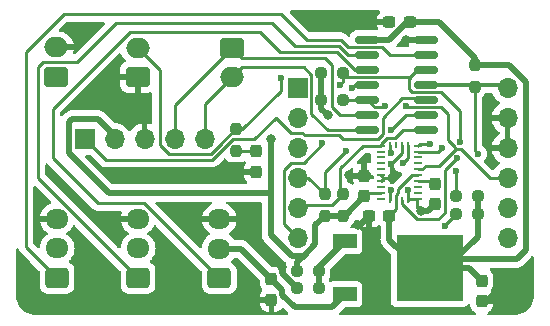
<source format=gtl>
G04 #@! TF.GenerationSoftware,KiCad,Pcbnew,7.0.8*
G04 #@! TF.CreationDate,2024-04-19T19:29:06-04:00*
G04 #@! TF.ProjectId,2 Axis Gimbal,32204178-6973-4204-9769-6d62616c2e6b,rev?*
G04 #@! TF.SameCoordinates,Original*
G04 #@! TF.FileFunction,Copper,L1,Top*
G04 #@! TF.FilePolarity,Positive*
%FSLAX46Y46*%
G04 Gerber Fmt 4.6, Leading zero omitted, Abs format (unit mm)*
G04 Created by KiCad (PCBNEW 7.0.8) date 2024-04-19 19:29:06*
%MOMM*%
%LPD*%
G01*
G04 APERTURE LIST*
G04 Aperture macros list*
%AMRoundRect*
0 Rectangle with rounded corners*
0 $1 Rounding radius*
0 $2 $3 $4 $5 $6 $7 $8 $9 X,Y pos of 4 corners*
0 Add a 4 corners polygon primitive as box body*
4,1,4,$2,$3,$4,$5,$6,$7,$8,$9,$2,$3,0*
0 Add four circle primitives for the rounded corners*
1,1,$1+$1,$2,$3*
1,1,$1+$1,$4,$5*
1,1,$1+$1,$6,$7*
1,1,$1+$1,$8,$9*
0 Add four rect primitives between the rounded corners*
20,1,$1+$1,$2,$3,$4,$5,0*
20,1,$1+$1,$4,$5,$6,$7,0*
20,1,$1+$1,$6,$7,$8,$9,0*
20,1,$1+$1,$8,$9,$2,$3,0*%
G04 Aperture macros list end*
G04 #@! TA.AperFunction,SMDPad,CuDef*
%ADD10RoundRect,0.237500X-0.237500X0.300000X-0.237500X-0.300000X0.237500X-0.300000X0.237500X0.300000X0*%
G04 #@! TD*
G04 #@! TA.AperFunction,SMDPad,CuDef*
%ADD11RoundRect,0.237500X0.237500X-0.300000X0.237500X0.300000X-0.237500X0.300000X-0.237500X-0.300000X0*%
G04 #@! TD*
G04 #@! TA.AperFunction,SMDPad,CuDef*
%ADD12RoundRect,0.237500X0.250000X0.237500X-0.250000X0.237500X-0.250000X-0.237500X0.250000X-0.237500X0*%
G04 #@! TD*
G04 #@! TA.AperFunction,SMDPad,CuDef*
%ADD13RoundRect,0.237500X0.237500X-0.250000X0.237500X0.250000X-0.237500X0.250000X-0.237500X-0.250000X0*%
G04 #@! TD*
G04 #@! TA.AperFunction,SMDPad,CuDef*
%ADD14RoundRect,0.237500X0.237500X-0.287500X0.237500X0.287500X-0.237500X0.287500X-0.237500X-0.287500X0*%
G04 #@! TD*
G04 #@! TA.AperFunction,SMDPad,CuDef*
%ADD15RoundRect,0.237500X-0.237500X0.250000X-0.237500X-0.250000X0.237500X-0.250000X0.237500X0.250000X0*%
G04 #@! TD*
G04 #@! TA.AperFunction,ComponentPad*
%ADD16RoundRect,0.250000X-0.750000X0.600000X-0.750000X-0.600000X0.750000X-0.600000X0.750000X0.600000X0*%
G04 #@! TD*
G04 #@! TA.AperFunction,ComponentPad*
%ADD17O,2.000000X1.700000*%
G04 #@! TD*
G04 #@! TA.AperFunction,SMDPad,CuDef*
%ADD18RoundRect,0.237500X-0.250000X-0.237500X0.250000X-0.237500X0.250000X0.237500X-0.250000X0.237500X0*%
G04 #@! TD*
G04 #@! TA.AperFunction,ComponentPad*
%ADD19RoundRect,0.250000X0.750000X-0.600000X0.750000X0.600000X-0.750000X0.600000X-0.750000X-0.600000X0*%
G04 #@! TD*
G04 #@! TA.AperFunction,SMDPad,CuDef*
%ADD20R,2.000000X1.200000*%
G04 #@! TD*
G04 #@! TA.AperFunction,SMDPad,CuDef*
%ADD21R,5.600000X5.600000*%
G04 #@! TD*
G04 #@! TA.AperFunction,ComponentPad*
%ADD22RoundRect,0.250000X0.725000X-0.600000X0.725000X0.600000X-0.725000X0.600000X-0.725000X-0.600000X0*%
G04 #@! TD*
G04 #@! TA.AperFunction,ComponentPad*
%ADD23O,1.950000X1.700000*%
G04 #@! TD*
G04 #@! TA.AperFunction,SMDPad,CuDef*
%ADD24RoundRect,0.237500X0.300000X0.237500X-0.300000X0.237500X-0.300000X-0.237500X0.300000X-0.237500X0*%
G04 #@! TD*
G04 #@! TA.AperFunction,SMDPad,CuDef*
%ADD25R,0.675000X0.250000*%
G04 #@! TD*
G04 #@! TA.AperFunction,SMDPad,CuDef*
%ADD26R,0.250000X0.575000*%
G04 #@! TD*
G04 #@! TA.AperFunction,SMDPad,CuDef*
%ADD27RoundRect,0.150000X-0.825000X-0.150000X0.825000X-0.150000X0.825000X0.150000X-0.825000X0.150000X0*%
G04 #@! TD*
G04 #@! TA.AperFunction,ComponentPad*
%ADD28R,1.700000X1.700000*%
G04 #@! TD*
G04 #@! TA.AperFunction,ComponentPad*
%ADD29O,1.700000X1.700000*%
G04 #@! TD*
G04 #@! TA.AperFunction,ViaPad*
%ADD30C,0.800000*%
G04 #@! TD*
G04 #@! TA.AperFunction,ViaPad*
%ADD31C,0.600000*%
G04 #@! TD*
G04 #@! TA.AperFunction,Conductor*
%ADD32C,0.500000*%
G04 #@! TD*
G04 #@! TA.AperFunction,Conductor*
%ADD33C,0.250000*%
G04 #@! TD*
G04 #@! TA.AperFunction,Conductor*
%ADD34C,0.300000*%
G04 #@! TD*
G04 APERTURE END LIST*
D10*
X96350000Y-91151500D03*
X96350000Y-92876500D03*
D11*
X110158000Y-84807000D03*
X110158000Y-83082000D03*
D12*
X100350000Y-90414000D03*
X98525000Y-90414000D03*
D13*
X102403377Y-85747637D03*
X102403377Y-83922637D03*
D10*
X114150000Y-91251500D03*
X114150000Y-92976500D03*
D14*
X94996000Y-82042000D03*
X94996000Y-80292000D03*
D15*
X100838000Y-83923500D03*
X100838000Y-85748500D03*
D16*
X92981149Y-71528028D03*
D17*
X92981149Y-74028028D03*
D18*
X111967000Y-84074000D03*
X113792000Y-84074000D03*
D19*
X85008915Y-74022112D03*
D17*
X85008915Y-71522112D03*
D20*
X102550000Y-87920000D03*
X102550000Y-92420000D03*
D21*
X109750000Y-90170000D03*
D22*
X85050557Y-91028664D03*
D23*
X85050557Y-88528664D03*
X85050557Y-86028664D03*
D22*
X91927877Y-91046155D03*
D23*
X91927877Y-88546155D03*
X91927877Y-86046155D03*
D22*
X78192557Y-91028664D03*
D23*
X78192557Y-88528664D03*
X78192557Y-86028664D03*
D24*
X108050500Y-69342000D03*
X106325500Y-69342000D03*
D18*
X98525000Y-91914000D03*
X100350000Y-91914000D03*
D15*
X113538000Y-73001500D03*
X113538000Y-74826500D03*
D18*
X111967000Y-85598000D03*
X113792000Y-85598000D03*
D24*
X106332929Y-85767775D03*
X104607929Y-85767775D03*
D12*
X102396068Y-73710475D03*
X100571068Y-73710475D03*
D11*
X104219598Y-84085987D03*
X104219598Y-82360987D03*
D25*
X105586000Y-84328000D03*
D26*
X106399000Y-84391000D03*
X106899000Y-84391000D03*
X107399000Y-84391000D03*
X107899000Y-84391000D03*
D25*
X108712000Y-84328000D03*
X108712000Y-83828000D03*
X108712000Y-83328000D03*
X108712000Y-82828000D03*
X108712000Y-82328000D03*
X108712000Y-81828000D03*
X108712000Y-81328000D03*
X108712000Y-80828000D03*
X108712000Y-80328000D03*
X108712000Y-79828000D03*
D26*
X107899000Y-79765000D03*
X107399000Y-79765000D03*
X106899000Y-79765000D03*
X106399000Y-79765000D03*
D25*
X105586000Y-79828000D03*
X105586000Y-80328000D03*
X105586000Y-80828000D03*
X105586000Y-81328000D03*
X105586000Y-81828000D03*
X105586000Y-82328000D03*
X105586000Y-82828000D03*
X105586000Y-83328000D03*
X105586000Y-83828000D03*
D27*
X104459000Y-70866000D03*
X104459000Y-72136000D03*
X104459000Y-73406000D03*
X104459000Y-74676000D03*
X104459000Y-75946000D03*
X104459000Y-77216000D03*
X104459000Y-78486000D03*
X109409000Y-78486000D03*
X109409000Y-77216000D03*
X109409000Y-75946000D03*
X109409000Y-74676000D03*
X109409000Y-73406000D03*
X109409000Y-72136000D03*
X109409000Y-70866000D03*
D28*
X80518000Y-79248000D03*
D29*
X83058000Y-79248000D03*
X85598000Y-79248000D03*
X88138000Y-79248000D03*
X90678000Y-79248000D03*
D18*
X100560675Y-75942075D03*
X102385675Y-75942075D03*
D15*
X93345000Y-78439000D03*
X93345000Y-80264000D03*
D28*
X98552000Y-74930000D03*
D29*
X98552000Y-77470000D03*
X98552000Y-80010000D03*
X98552000Y-82550000D03*
X98552000Y-85090000D03*
X98552000Y-87630000D03*
X116332000Y-87630000D03*
X116332000Y-85090000D03*
X116332000Y-82550000D03*
X116332000Y-80010000D03*
X116332000Y-77470000D03*
X116332000Y-74930000D03*
D19*
X78106887Y-74010092D03*
D17*
X78106887Y-71510092D03*
D30*
X101092000Y-77216000D03*
X96266000Y-79248000D03*
X115450000Y-92114000D03*
D31*
X107890112Y-83581063D03*
D30*
X94950000Y-92964000D03*
X103650000Y-86514000D03*
X93599000Y-82042000D03*
D31*
X106426000Y-81422000D03*
D30*
X97250000Y-90114000D03*
X107696000Y-70866000D03*
D31*
X106426000Y-82574000D03*
X106426000Y-83590000D03*
D30*
X108966000Y-85344000D03*
X104902000Y-69342000D03*
X102870000Y-82296000D03*
D31*
X102616000Y-80264000D03*
X106465667Y-80463801D03*
X106426000Y-78528000D03*
X100652027Y-79570027D03*
X110744000Y-80010000D03*
X102108000Y-74676000D03*
X112268000Y-79502000D03*
X112074589Y-80832589D03*
X113792000Y-80518000D03*
X107696000Y-76454000D03*
X105918000Y-76454000D03*
X109728000Y-79703500D03*
X111967000Y-81995000D03*
X103124000Y-74930000D03*
X97155000Y-74110500D03*
X110998000Y-86614000D03*
X107464266Y-81302266D03*
D32*
X96198082Y-83820000D02*
X82550000Y-83820000D01*
X99060000Y-89154000D02*
X98525000Y-89689000D01*
X100838863Y-85747637D02*
X100838000Y-85748500D01*
X99060000Y-89154000D02*
X100062000Y-88152000D01*
X96266000Y-83185000D02*
X96266000Y-83752082D01*
X79218000Y-80488000D02*
X79218000Y-77830604D01*
D33*
X107051000Y-83848884D02*
X106899000Y-84000884D01*
X108712000Y-82328000D02*
X108259291Y-82328000D01*
D32*
X107835272Y-69342000D02*
X106311272Y-70866000D01*
X109750000Y-90170000D02*
X108712000Y-90170000D01*
X98525000Y-89689000D02*
X98525000Y-90414000D01*
X100560675Y-76684675D02*
X101092000Y-77216000D01*
X110490000Y-69342000D02*
X108050500Y-69342000D01*
X96266000Y-83185000D02*
X96266000Y-87376000D01*
X100560675Y-75942075D02*
X100571068Y-75931682D01*
D33*
X107051000Y-83536291D02*
X107051000Y-83848884D01*
X104477585Y-83828000D02*
X104219598Y-84085987D01*
X106899000Y-84000884D02*
X106899000Y-84391000D01*
D32*
X111912000Y-89408000D02*
X117094000Y-89408000D01*
X113792000Y-87528000D02*
X111912000Y-89408000D01*
X96266000Y-87376000D02*
X98044000Y-89154000D01*
X83058000Y-78994000D02*
X83058000Y-79248000D01*
X113792000Y-84074000D02*
X113792000Y-87528000D01*
X117094000Y-89408000D02*
X117856000Y-88646000D01*
X102403377Y-85747637D02*
X102557948Y-85747637D01*
X106332929Y-87790929D02*
X106332929Y-85767775D01*
X82550000Y-83820000D02*
X79218000Y-80488000D01*
X116448251Y-73001500D02*
X113538000Y-73001500D01*
X117856000Y-74409249D02*
X116448251Y-73001500D01*
X96266000Y-83752082D02*
X96198082Y-83820000D01*
X109750000Y-90170000D02*
X113068500Y-90170000D01*
X98044000Y-89154000D02*
X99060000Y-89154000D01*
X81631000Y-77567000D02*
X83058000Y-78994000D01*
X113068500Y-90170000D02*
X114150000Y-91251500D01*
X113538000Y-73001500D02*
X113538000Y-72390000D01*
X106311272Y-70866000D02*
X104459000Y-70866000D01*
X113538000Y-72390000D02*
X110490000Y-69342000D01*
X79481604Y-77567000D02*
X81631000Y-77567000D01*
D33*
X106899000Y-85201704D02*
X106332929Y-85767775D01*
D32*
X79218000Y-77830604D02*
X79481604Y-77567000D01*
X102403377Y-85747637D02*
X100838863Y-85747637D01*
X102557948Y-85747637D02*
X104219598Y-84085987D01*
X100062000Y-88152000D02*
X100062000Y-86524500D01*
D33*
X108259291Y-82328000D02*
X107051000Y-83536291D01*
D32*
X100560675Y-75942075D02*
X100560675Y-76684675D01*
X108712000Y-90170000D02*
X106332929Y-87790929D01*
X113792000Y-85598000D02*
X113792000Y-84074000D01*
D33*
X106899000Y-84391000D02*
X106899000Y-85201704D01*
X105586000Y-83828000D02*
X104477585Y-83828000D01*
D32*
X100062000Y-86524500D02*
X100838000Y-85748500D01*
X117856000Y-88646000D02*
X117856000Y-74409249D01*
X100571068Y-75931682D02*
X100571068Y-73710475D01*
X96266000Y-79248000D02*
X96266000Y-83185000D01*
X108050500Y-69342000D02*
X107835272Y-69342000D01*
D33*
X106426000Y-82574000D02*
X105832000Y-82574000D01*
X107890112Y-83581063D02*
X107899000Y-83589951D01*
D32*
X106325500Y-69342000D02*
X104902000Y-69342000D01*
X94996000Y-82042000D02*
X93599000Y-82042000D01*
X108966000Y-85344000D02*
X109621000Y-85344000D01*
D33*
X106426000Y-82574000D02*
X105840000Y-82574000D01*
D32*
X115450000Y-92114000D02*
X114587500Y-92976500D01*
X102934987Y-82360987D02*
X102870000Y-82296000D01*
X98525000Y-91914000D02*
X97250000Y-90639000D01*
D33*
X107399000Y-79765000D02*
X107399000Y-80449000D01*
D32*
X103650000Y-86514000D02*
X103861704Y-86514000D01*
D33*
X108712000Y-84328000D02*
X107962000Y-84328000D01*
X107399000Y-80449000D02*
X106426000Y-81422000D01*
D32*
X109621000Y-85344000D02*
X110158000Y-84807000D01*
D33*
X105832000Y-82574000D02*
X105586000Y-82328000D01*
D32*
X114587500Y-92976500D02*
X114150000Y-92976500D01*
X95000601Y-92913399D02*
X96313101Y-92913399D01*
D33*
X106426000Y-83590000D02*
X106399000Y-83617000D01*
X106399000Y-83617000D02*
X106399000Y-84391000D01*
D32*
X103861704Y-86514000D02*
X104607929Y-85767775D01*
X107696000Y-70866000D02*
X109409000Y-70866000D01*
X96313101Y-92913399D02*
X96350000Y-92876500D01*
D33*
X107962000Y-84328000D02*
X107899000Y-84391000D01*
X107899000Y-83589951D02*
X107899000Y-84391000D01*
D32*
X94950000Y-92964000D02*
X95000601Y-92913399D01*
X104219598Y-82360987D02*
X102934987Y-82360987D01*
X97250000Y-90639000D02*
X97250000Y-90114000D01*
D33*
X105840000Y-82574000D02*
X105586000Y-82828000D01*
X109904000Y-82828000D02*
X108712000Y-82828000D01*
X110158000Y-83082000D02*
X109904000Y-82828000D01*
X94968000Y-80264000D02*
X94996000Y-80292000D01*
X93345000Y-80264000D02*
X94968000Y-80264000D01*
X106775500Y-79152500D02*
X106109000Y-79152500D01*
X102145000Y-81751000D02*
X104068000Y-79828000D01*
X106109000Y-79152500D02*
X105586000Y-79675500D01*
X101490014Y-84836000D02*
X102403377Y-83922637D01*
X105586000Y-79675500D02*
X105586000Y-79828000D01*
X107442000Y-78486000D02*
X106775500Y-79152500D01*
X98552000Y-85090000D02*
X98806000Y-84836000D01*
X104068000Y-79828000D02*
X105586000Y-79828000D01*
X98806000Y-84836000D02*
X101490014Y-84836000D01*
X102145000Y-83664260D02*
X102145000Y-81751000D01*
X109409000Y-78486000D02*
X107442000Y-78486000D01*
X102403377Y-83922637D02*
X102145000Y-83664260D01*
X98552000Y-82550000D02*
X99464500Y-82550000D01*
X100838000Y-83923500D02*
X100838000Y-82042000D01*
X106399000Y-80397134D02*
X106399000Y-79765000D01*
X106465667Y-80463801D02*
X106399000Y-80397134D01*
X99464500Y-82550000D02*
X100838000Y-83923500D01*
X107738000Y-77216000D02*
X106426000Y-78528000D01*
X100838000Y-82042000D02*
X102616000Y-80264000D01*
X109409000Y-77216000D02*
X107738000Y-77216000D01*
X112268000Y-76904248D02*
X112268000Y-79502000D01*
X102396068Y-74387932D02*
X102396068Y-73710475D01*
X110744000Y-80010000D02*
X110426000Y-80328000D01*
X97962634Y-81280000D02*
X97377000Y-81865634D01*
X109409000Y-73406000D02*
X108688000Y-73406000D01*
X102736593Y-74051000D02*
X102396068Y-73710475D01*
X100652027Y-79687973D02*
X99060000Y-81280000D01*
X100652027Y-79570027D02*
X100652027Y-79687973D01*
X108043000Y-74051000D02*
X102736593Y-74051000D01*
X107950000Y-75023876D02*
X108247124Y-75321000D01*
X108688000Y-73406000D02*
X107950000Y-74144000D01*
X108247124Y-75321000D02*
X110684752Y-75321000D01*
X97377000Y-81865634D02*
X97377000Y-86455000D01*
X108688000Y-73406000D02*
X108043000Y-74051000D01*
X107950000Y-74144000D02*
X107950000Y-75023876D01*
X97377000Y-86455000D02*
X98552000Y-87630000D01*
X99060000Y-81280000D02*
X97962634Y-81280000D01*
X110684752Y-75321000D02*
X112268000Y-76904248D01*
X110426000Y-80328000D02*
X108712000Y-80328000D01*
X102108000Y-74676000D02*
X102396068Y-74387932D01*
X113792000Y-80518000D02*
X113538000Y-80264000D01*
X110429500Y-86069000D02*
X108665695Y-86069000D01*
D34*
X113538000Y-74826500D02*
X113387500Y-74676000D01*
X113387500Y-74676000D02*
X109409000Y-74676000D01*
X113688500Y-74676000D02*
X116078000Y-74676000D01*
X116078000Y-74676000D02*
X116332000Y-74930000D01*
X113538000Y-74826500D02*
X113688500Y-74676000D01*
D33*
X112074589Y-80832589D02*
X110998000Y-81909178D01*
X110998000Y-81909178D02*
X110998000Y-85500500D01*
X110998000Y-85500500D02*
X110429500Y-86069000D01*
X107399000Y-84802305D02*
X107399000Y-84391000D01*
X113538000Y-80264000D02*
X113538000Y-74826500D01*
X108665695Y-86069000D02*
X107399000Y-84802305D01*
X111953058Y-80070942D02*
X110490000Y-81534000D01*
X111252000Y-77158248D02*
X111252000Y-79369884D01*
X112009116Y-80127000D02*
X112385000Y-80127000D01*
X107833000Y-76591000D02*
X110684752Y-76591000D01*
X109428120Y-81534000D02*
X109134120Y-81828000D01*
X105781000Y-76591000D02*
X105918000Y-76454000D01*
X107696000Y-76454000D02*
X107833000Y-76591000D01*
X110490000Y-81534000D02*
X109428120Y-81534000D01*
X109134120Y-81828000D02*
X108712000Y-81828000D01*
X110684752Y-76591000D02*
X111252000Y-77158248D01*
X105104000Y-76591000D02*
X105781000Y-76591000D01*
X111252000Y-79369884D02*
X111760000Y-79877884D01*
X102389600Y-75946000D02*
X102385675Y-75942075D01*
X104459000Y-75946000D02*
X105104000Y-76591000D01*
X111760000Y-79877884D02*
X111953058Y-80070942D01*
X111760000Y-79877884D02*
X112009116Y-80127000D01*
X114808000Y-82550000D02*
X116332000Y-82550000D01*
X112385000Y-80127000D02*
X114808000Y-82550000D01*
X104459000Y-75946000D02*
X102389600Y-75946000D01*
D32*
X96350000Y-91151500D02*
X97275000Y-92076500D01*
X91927877Y-88546155D02*
X93744655Y-88546155D01*
X101456000Y-93514000D02*
X102550000Y-92420000D01*
X97275000Y-92439000D02*
X98350000Y-93514000D01*
X97275000Y-92076500D02*
X97275000Y-92439000D01*
X98350000Y-93514000D02*
X101456000Y-93514000D01*
X93744655Y-88546155D02*
X96350000Y-91151500D01*
D33*
X111967000Y-81995000D02*
X111967000Y-84074000D01*
X109728000Y-79703500D02*
X108836500Y-79703500D01*
X108836500Y-79703500D02*
X108712000Y-79828000D01*
X75565000Y-88401107D02*
X78192557Y-91028664D01*
X99314000Y-70866000D02*
X97155000Y-68707000D01*
X105684752Y-71441000D02*
X105530752Y-71441000D01*
X105480752Y-71491000D02*
X102831124Y-71491000D01*
X105530752Y-71441000D02*
X105480752Y-71491000D01*
X78740000Y-68707000D02*
X75565000Y-71882000D01*
X102831124Y-71491000D02*
X102206124Y-70866000D01*
X106379752Y-72136000D02*
X105684752Y-71441000D01*
X97155000Y-68707000D02*
X78740000Y-68707000D01*
X109409000Y-72136000D02*
X106379752Y-72136000D01*
X102206124Y-70866000D02*
X99314000Y-70866000D01*
X75565000Y-71882000D02*
X75565000Y-88401107D01*
X104459000Y-72136000D02*
X102839728Y-72136000D01*
X79883000Y-72771000D02*
X76962000Y-72771000D01*
X98298000Y-71374000D02*
X96393000Y-69469000D01*
X76581000Y-73152000D02*
X76581000Y-82559107D01*
X76581000Y-82559107D02*
X85050557Y-91028664D01*
X102839728Y-72136000D02*
X102077728Y-71374000D01*
X102077728Y-71374000D02*
X98298000Y-71374000D01*
X83185000Y-69469000D02*
X79883000Y-72771000D01*
X76962000Y-72771000D02*
X76581000Y-73152000D01*
X96393000Y-69469000D02*
X83185000Y-69469000D01*
X97155000Y-74110500D02*
X97155000Y-75171004D01*
X93250608Y-78439000D02*
X91948000Y-79741608D01*
X103124000Y-74930000D02*
X103378000Y-74676000D01*
X93887004Y-78439000D02*
X93345000Y-78439000D01*
X103378000Y-74676000D02*
X104459000Y-74676000D01*
X91186000Y-80518000D02*
X87630000Y-80518000D01*
X97155000Y-75171004D02*
X93887004Y-78439000D01*
X86868000Y-79756000D02*
X86868000Y-73381197D01*
X87630000Y-80518000D02*
X86868000Y-79756000D01*
X86868000Y-73381197D02*
X85008915Y-71522112D01*
X91948000Y-79756000D02*
X91186000Y-80518000D01*
X91948000Y-79741608D02*
X91948000Y-79756000D01*
X93345000Y-78439000D02*
X93250608Y-78439000D01*
X104459000Y-77216000D02*
X102108000Y-77216000D01*
X100838000Y-72390000D02*
X93843121Y-72390000D01*
X101817000Y-76915695D02*
X101459917Y-76558612D01*
X92981149Y-71528028D02*
X88138000Y-76371177D01*
X101459917Y-76558612D02*
X101459917Y-73011917D01*
X101459917Y-73011917D02*
X100838000Y-72390000D01*
X93843121Y-72390000D02*
X92981149Y-71528028D01*
X88138000Y-76371177D02*
X88138000Y-79248000D01*
X102108000Y-77216000D02*
X101817000Y-76925000D01*
X101817000Y-76925000D02*
X101817000Y-76915695D01*
X99060000Y-73152000D02*
X93857177Y-73152000D01*
X90678000Y-76331177D02*
X90678000Y-79248000D01*
X93857177Y-73152000D02*
X92981149Y-74028028D01*
X99727000Y-73819000D02*
X99060000Y-73152000D01*
X99727000Y-77121000D02*
X99727000Y-73819000D01*
X104459000Y-78486000D02*
X101092000Y-78486000D01*
X101092000Y-78486000D02*
X99727000Y-77121000D01*
X92981149Y-74028028D02*
X90678000Y-76331177D01*
X109292000Y-75829000D02*
X107437116Y-75829000D01*
X92398000Y-79942396D02*
X91314396Y-81026000D01*
X92398000Y-79928004D02*
X92398000Y-79942396D01*
X105759000Y-77507116D02*
X105759000Y-78832752D01*
X105759000Y-78832752D02*
X105343752Y-79248000D01*
X102059027Y-78945027D02*
X99147081Y-78945027D01*
X98942054Y-78740000D02*
X97962634Y-78740000D01*
X96689134Y-77466500D02*
X94904134Y-79251500D01*
X91314396Y-81026000D02*
X82296000Y-81026000D01*
X93074504Y-79251500D02*
X92398000Y-79928004D01*
X107437116Y-75829000D02*
X105759000Y-77507116D01*
X97962634Y-78740000D02*
X96689134Y-77466500D01*
X99147081Y-78945027D02*
X98942054Y-78740000D01*
X102362000Y-79248000D02*
X102059027Y-78945027D01*
X94904134Y-79251500D02*
X93074504Y-79251500D01*
X82296000Y-81026000D02*
X80518000Y-79248000D01*
X105343752Y-79248000D02*
X102362000Y-79248000D01*
X109409000Y-75946000D02*
X109292000Y-75829000D01*
X107464266Y-81302266D02*
X107899000Y-80867532D01*
X110998000Y-86567000D02*
X111967000Y-85598000D01*
X110998000Y-86614000D02*
X110998000Y-86567000D01*
X107899000Y-80867532D02*
X107899000Y-79765000D01*
X85590722Y-84709000D02*
X91927877Y-91046155D01*
X81661000Y-84709000D02*
X85590722Y-84709000D01*
X101854000Y-71882000D02*
X97028000Y-71882000D01*
X104459000Y-73406000D02*
X103378000Y-73406000D01*
X97028000Y-71882000D02*
X95377000Y-70231000D01*
X103378000Y-73406000D02*
X101854000Y-71882000D01*
X95377000Y-70231000D02*
X84328000Y-70231000D01*
X77851000Y-76708000D02*
X77851000Y-80899000D01*
X84328000Y-70231000D02*
X77851000Y-76708000D01*
X77851000Y-80899000D02*
X81661000Y-84709000D01*
D32*
X100350000Y-91914000D02*
X100350000Y-90414000D01*
X100350000Y-90414000D02*
X100350000Y-90120000D01*
X100350000Y-90120000D02*
X102550000Y-87920000D01*
G04 #@! TA.AperFunction,Conductor*
G36*
X86567209Y-86573794D02*
G01*
X86587025Y-86589893D01*
X90416058Y-90418926D01*
X90449543Y-90480249D01*
X90452377Y-90506607D01*
X90452377Y-91696156D01*
X90452378Y-91696173D01*
X90462877Y-91798951D01*
X90462878Y-91798954D01*
X90518062Y-91965486D01*
X90518064Y-91965491D01*
X90539488Y-92000224D01*
X90610165Y-92114811D01*
X90734221Y-92238867D01*
X90883543Y-92330969D01*
X91050080Y-92386154D01*
X91152868Y-92396655D01*
X92702885Y-92396654D01*
X92805674Y-92386154D01*
X92972211Y-92330969D01*
X93121533Y-92238867D01*
X93245589Y-92114811D01*
X93337691Y-91965489D01*
X93392876Y-91798952D01*
X93403377Y-91696164D01*
X93403376Y-90396147D01*
X93402814Y-90390650D01*
X93392876Y-90293358D01*
X93392875Y-90293355D01*
X93376762Y-90244729D01*
X93337691Y-90126821D01*
X93245589Y-89977499D01*
X93121533Y-89853443D01*
X93025543Y-89794236D01*
X92966756Y-89757976D01*
X92920032Y-89706028D01*
X92908809Y-89637065D01*
X92936653Y-89572983D01*
X92944172Y-89564756D01*
X93005836Y-89503092D01*
X93091372Y-89417556D01*
X93139004Y-89349531D01*
X93193581Y-89305906D01*
X93240578Y-89296655D01*
X93382425Y-89296655D01*
X93449464Y-89316340D01*
X93470106Y-89332974D01*
X95338181Y-91201048D01*
X95371666Y-91262371D01*
X95374500Y-91288728D01*
X95374500Y-91500668D01*
X95374501Y-91500687D01*
X95384825Y-91601752D01*
X95439092Y-91765515D01*
X95439093Y-91765518D01*
X95459717Y-91798954D01*
X95524067Y-91903283D01*
X95529661Y-91912351D01*
X95543982Y-91926672D01*
X95577467Y-91987995D01*
X95572483Y-92057687D01*
X95543985Y-92102032D01*
X95530052Y-92115965D01*
X95439551Y-92262688D01*
X95439546Y-92262699D01*
X95385319Y-92426347D01*
X95375000Y-92527345D01*
X95375000Y-92626500D01*
X96456959Y-92626500D01*
X96523998Y-92646185D01*
X96569753Y-92698989D01*
X96574665Y-92711496D01*
X96592457Y-92765188D01*
X96590873Y-92765712D01*
X96600000Y-92806870D01*
X96600000Y-93913999D01*
X96636640Y-93913999D01*
X96636654Y-93913998D01*
X96737652Y-93903680D01*
X96901300Y-93849453D01*
X96901311Y-93849448D01*
X97048034Y-93758947D01*
X97048038Y-93758944D01*
X97169944Y-93637038D01*
X97169945Y-93637036D01*
X97179832Y-93621008D01*
X97231779Y-93574282D01*
X97300741Y-93563058D01*
X97364824Y-93590900D01*
X97373053Y-93598421D01*
X97750451Y-93975819D01*
X97783936Y-94037142D01*
X97778952Y-94106834D01*
X97737080Y-94162767D01*
X97671616Y-94187184D01*
X97662770Y-94187500D01*
X76424214Y-94187500D01*
X76419791Y-94187342D01*
X76401142Y-94186008D01*
X76188982Y-94170834D01*
X76171470Y-94168316D01*
X75951862Y-94120543D01*
X75934887Y-94115559D01*
X75724311Y-94037019D01*
X75708217Y-94029669D01*
X75510963Y-93921959D01*
X75496080Y-93912394D01*
X75316163Y-93777710D01*
X75302792Y-93766124D01*
X75143875Y-93607207D01*
X75132289Y-93593836D01*
X74997605Y-93413919D01*
X74988040Y-93399036D01*
X74976306Y-93377547D01*
X74880327Y-93201777D01*
X74872983Y-93185694D01*
X74850905Y-93126500D01*
X95375001Y-93126500D01*
X95375001Y-93225654D01*
X95385319Y-93326652D01*
X95439546Y-93490300D01*
X95439551Y-93490311D01*
X95530052Y-93637034D01*
X95530055Y-93637038D01*
X95651961Y-93758944D01*
X95651965Y-93758947D01*
X95798688Y-93849448D01*
X95798699Y-93849453D01*
X95962347Y-93903680D01*
X96063352Y-93913999D01*
X96100000Y-93913999D01*
X96100000Y-93126500D01*
X95375001Y-93126500D01*
X74850905Y-93126500D01*
X74794437Y-92975103D01*
X74789458Y-92958144D01*
X74741683Y-92738529D01*
X74739165Y-92721017D01*
X74736619Y-92685423D01*
X74722657Y-92490208D01*
X74722500Y-92485786D01*
X74722500Y-88622378D01*
X74742185Y-88555339D01*
X74794989Y-88509584D01*
X74864147Y-88499640D01*
X74927703Y-88528665D01*
X74961794Y-88576736D01*
X74971490Y-88601228D01*
X74973382Y-88606754D01*
X74986381Y-88651495D01*
X74996580Y-88668741D01*
X75005136Y-88686207D01*
X75012514Y-88704839D01*
X75039898Y-88742530D01*
X75043106Y-88747414D01*
X75066827Y-88787523D01*
X75066833Y-88787531D01*
X75080990Y-88801687D01*
X75093628Y-88816483D01*
X75105405Y-88832693D01*
X75105406Y-88832694D01*
X75141309Y-88862395D01*
X75145620Y-88866317D01*
X75916368Y-89637065D01*
X76680738Y-90401435D01*
X76714223Y-90462758D01*
X76717057Y-90489116D01*
X76717057Y-91678665D01*
X76717058Y-91678682D01*
X76727557Y-91781460D01*
X76727558Y-91781463D01*
X76782742Y-91947995D01*
X76782744Y-91948000D01*
X76793531Y-91965489D01*
X76874845Y-92097320D01*
X76998901Y-92221376D01*
X77148223Y-92313478D01*
X77314760Y-92368663D01*
X77417548Y-92379164D01*
X78967565Y-92379163D01*
X79070354Y-92368663D01*
X79236891Y-92313478D01*
X79386213Y-92221376D01*
X79510269Y-92097320D01*
X79602371Y-91947998D01*
X79657556Y-91781461D01*
X79668057Y-91678673D01*
X79668056Y-90378656D01*
X79657556Y-90275867D01*
X79602371Y-90109330D01*
X79510269Y-89960008D01*
X79386213Y-89835952D01*
X79259793Y-89757976D01*
X79231436Y-89740485D01*
X79184712Y-89688537D01*
X79173489Y-89619574D01*
X79201333Y-89555492D01*
X79208852Y-89547265D01*
X79253025Y-89503092D01*
X79356052Y-89400065D01*
X79491592Y-89206494D01*
X79591460Y-88992327D01*
X79652620Y-88764072D01*
X79673216Y-88528664D01*
X79670497Y-88497592D01*
X79665499Y-88440457D01*
X79652620Y-88293256D01*
X79594838Y-88077608D01*
X79591462Y-88065008D01*
X79591461Y-88065007D01*
X79591460Y-88065001D01*
X79491592Y-87850835D01*
X79491591Y-87850833D01*
X79356051Y-87657261D01*
X79188960Y-87490170D01*
X79031524Y-87379933D01*
X78987899Y-87325356D01*
X78980705Y-87255858D01*
X79012228Y-87193503D01*
X79031524Y-87176783D01*
X79188630Y-87066777D01*
X79188636Y-87066772D01*
X79355662Y-86899746D01*
X79491157Y-86706241D01*
X79491158Y-86706239D01*
X79528380Y-86626417D01*
X79574552Y-86573977D01*
X79641745Y-86554825D01*
X79708626Y-86575040D01*
X79728443Y-86591140D01*
X83538738Y-90401435D01*
X83572223Y-90462758D01*
X83575057Y-90489116D01*
X83575057Y-91678665D01*
X83575058Y-91678682D01*
X83585557Y-91781460D01*
X83585558Y-91781463D01*
X83640742Y-91947995D01*
X83640744Y-91948000D01*
X83651531Y-91965489D01*
X83732845Y-92097320D01*
X83856901Y-92221376D01*
X84006223Y-92313478D01*
X84172760Y-92368663D01*
X84275548Y-92379164D01*
X85825565Y-92379163D01*
X85928354Y-92368663D01*
X86094891Y-92313478D01*
X86244213Y-92221376D01*
X86368269Y-92097320D01*
X86460371Y-91947998D01*
X86515556Y-91781461D01*
X86526057Y-91678673D01*
X86526056Y-90378656D01*
X86515556Y-90275867D01*
X86460371Y-90109330D01*
X86368269Y-89960008D01*
X86244213Y-89835952D01*
X86117793Y-89757976D01*
X86089436Y-89740485D01*
X86042712Y-89688537D01*
X86031489Y-89619574D01*
X86059333Y-89555492D01*
X86066852Y-89547265D01*
X86111025Y-89503092D01*
X86214052Y-89400065D01*
X86349592Y-89206494D01*
X86449460Y-88992327D01*
X86510620Y-88764072D01*
X86531216Y-88528664D01*
X86528497Y-88497592D01*
X86523499Y-88440457D01*
X86510620Y-88293256D01*
X86452838Y-88077608D01*
X86449462Y-88065008D01*
X86449461Y-88065007D01*
X86449460Y-88065001D01*
X86349592Y-87850835D01*
X86349591Y-87850833D01*
X86214051Y-87657261D01*
X86046960Y-87490170D01*
X85889524Y-87379933D01*
X85845899Y-87325356D01*
X85838705Y-87255858D01*
X85870228Y-87193503D01*
X85889524Y-87176783D01*
X86046630Y-87066777D01*
X86046636Y-87066772D01*
X86213662Y-86899746D01*
X86349156Y-86706242D01*
X86386962Y-86625169D01*
X86433134Y-86572730D01*
X86500328Y-86553578D01*
X86567209Y-86573794D01*
G37*
G04 #@! TD.AperFunction*
G04 #@! TA.AperFunction,Conductor*
G36*
X104800968Y-85537460D02*
G01*
X104846723Y-85590264D01*
X104857929Y-85641775D01*
X104857929Y-86742774D01*
X104957069Y-86742774D01*
X104957083Y-86742773D01*
X105058081Y-86732455D01*
X105221729Y-86678228D01*
X105221740Y-86678223D01*
X105368466Y-86587720D01*
X105370742Y-86585445D01*
X105372691Y-86584380D01*
X105374135Y-86583239D01*
X105374329Y-86583485D01*
X105432063Y-86551956D01*
X105501755Y-86556935D01*
X105557691Y-86598803D01*
X105582112Y-86664266D01*
X105582429Y-86673120D01*
X105582429Y-87727223D01*
X105581120Y-87745192D01*
X105577639Y-87768954D01*
X105582193Y-87820993D01*
X105582429Y-87826399D01*
X105582429Y-87834638D01*
X105586235Y-87867203D01*
X105592929Y-87943720D01*
X105594390Y-87950796D01*
X105594332Y-87950807D01*
X105595963Y-87958166D01*
X105596021Y-87958153D01*
X105597686Y-87965179D01*
X105623954Y-88037353D01*
X105648114Y-88110260D01*
X105651165Y-88116803D01*
X105651111Y-88116827D01*
X105654399Y-88123617D01*
X105654450Y-88123592D01*
X105657690Y-88130042D01*
X105657691Y-88130043D01*
X105657692Y-88130046D01*
X105665565Y-88142016D01*
X105699894Y-88194212D01*
X105740216Y-88259584D01*
X105744695Y-88265248D01*
X105744648Y-88265285D01*
X105749411Y-88271131D01*
X105749457Y-88271093D01*
X105754102Y-88276629D01*
X105809947Y-88329315D01*
X106413181Y-88932549D01*
X106446666Y-88993872D01*
X106449500Y-89020230D01*
X106449500Y-93017870D01*
X106449501Y-93017876D01*
X106455908Y-93077483D01*
X106506202Y-93212328D01*
X106506206Y-93212335D01*
X106592452Y-93327544D01*
X106592455Y-93327547D01*
X106707664Y-93413793D01*
X106707671Y-93413797D01*
X106842517Y-93464091D01*
X106842516Y-93464091D01*
X106849444Y-93464835D01*
X106902127Y-93470500D01*
X112597872Y-93470499D01*
X112657483Y-93464091D01*
X112792331Y-93413796D01*
X112907546Y-93327546D01*
X112952711Y-93267213D01*
X113008643Y-93225342D01*
X113078335Y-93220358D01*
X113139658Y-93253843D01*
X113173143Y-93315166D01*
X113175335Y-93328922D01*
X113185319Y-93426652D01*
X113239546Y-93590300D01*
X113239551Y-93590311D01*
X113330052Y-93737034D01*
X113330055Y-93737038D01*
X113451961Y-93858944D01*
X113451965Y-93858947D01*
X113598692Y-93949450D01*
X113602266Y-93951117D01*
X113604305Y-93952913D01*
X113604844Y-93953245D01*
X113604787Y-93953336D01*
X113654706Y-93997289D01*
X113673859Y-94064482D01*
X113653644Y-94131363D01*
X113600480Y-94176699D01*
X113549863Y-94187500D01*
X102143229Y-94187500D01*
X102076190Y-94167815D01*
X102030435Y-94115011D01*
X102020491Y-94045853D01*
X102049516Y-93982297D01*
X102055548Y-93975819D01*
X102474548Y-93556818D01*
X102535871Y-93523333D01*
X102562229Y-93520499D01*
X103597871Y-93520499D01*
X103597872Y-93520499D01*
X103657483Y-93514091D01*
X103792331Y-93463796D01*
X103907546Y-93377546D01*
X103993796Y-93262331D01*
X104044091Y-93127483D01*
X104050500Y-93067873D01*
X104050499Y-91772128D01*
X104044091Y-91712517D01*
X104040076Y-91701753D01*
X103993797Y-91577671D01*
X103993793Y-91577664D01*
X103907547Y-91462455D01*
X103907544Y-91462452D01*
X103792335Y-91376206D01*
X103792328Y-91376202D01*
X103657482Y-91325908D01*
X103657483Y-91325908D01*
X103597883Y-91319501D01*
X103597881Y-91319500D01*
X103597873Y-91319500D01*
X103597864Y-91319500D01*
X101502129Y-91319500D01*
X101502123Y-91319501D01*
X101442517Y-91325908D01*
X101382105Y-91348440D01*
X101312413Y-91353423D01*
X101251091Y-91319936D01*
X101233236Y-91297355D01*
X101227915Y-91288728D01*
X101191133Y-91229095D01*
X101172693Y-91161705D01*
X101191134Y-91098903D01*
X101211657Y-91065631D01*
X101273408Y-90965516D01*
X101327674Y-90801753D01*
X101338000Y-90700677D01*
X101337999Y-90244728D01*
X101357683Y-90177690D01*
X101374313Y-90157053D01*
X102474549Y-89056818D01*
X102535872Y-89023333D01*
X102562230Y-89020499D01*
X103597871Y-89020499D01*
X103597872Y-89020499D01*
X103657483Y-89014091D01*
X103792331Y-88963796D01*
X103907546Y-88877546D01*
X103993796Y-88762331D01*
X104044091Y-88627483D01*
X104050500Y-88567873D01*
X104050499Y-87272128D01*
X104044091Y-87212517D01*
X104036999Y-87193503D01*
X103993797Y-87077671D01*
X103993793Y-87077664D01*
X103907547Y-86962455D01*
X103907544Y-86962452D01*
X103792335Y-86876206D01*
X103792328Y-86876202D01*
X103657482Y-86825908D01*
X103657483Y-86825908D01*
X103597883Y-86819501D01*
X103597881Y-86819500D01*
X103597873Y-86819500D01*
X103597865Y-86819500D01*
X103151446Y-86819500D01*
X103084407Y-86799815D01*
X103038652Y-86747011D01*
X103028708Y-86677853D01*
X103057733Y-86614297D01*
X103086350Y-86589961D01*
X103101727Y-86580477D01*
X103223717Y-86458487D01*
X103314285Y-86311653D01*
X103355696Y-86186682D01*
X103395466Y-86129241D01*
X103459982Y-86102418D01*
X103528758Y-86114733D01*
X103579958Y-86162276D01*
X103591106Y-86186686D01*
X103634975Y-86319075D01*
X103634980Y-86319086D01*
X103725481Y-86465809D01*
X103725484Y-86465813D01*
X103847390Y-86587719D01*
X103847394Y-86587722D01*
X103994117Y-86678223D01*
X103994128Y-86678228D01*
X104157776Y-86732455D01*
X104258780Y-86742774D01*
X104357929Y-86742773D01*
X104357929Y-85641775D01*
X104377614Y-85574736D01*
X104430418Y-85528981D01*
X104481929Y-85517775D01*
X104733929Y-85517775D01*
X104800968Y-85537460D01*
G37*
G04 #@! TD.AperFunction*
G04 #@! TA.AperFunction,Conductor*
G36*
X118507216Y-89187201D02*
G01*
X118556490Y-89236738D01*
X118571500Y-89295875D01*
X118571500Y-92485786D01*
X118571342Y-92490210D01*
X118554834Y-92721017D01*
X118552316Y-92738529D01*
X118504543Y-92958137D01*
X118499559Y-92975112D01*
X118421019Y-93185688D01*
X118413669Y-93201782D01*
X118305959Y-93399036D01*
X118296394Y-93413919D01*
X118161710Y-93593836D01*
X118150124Y-93607207D01*
X117991207Y-93766124D01*
X117977836Y-93777710D01*
X117797919Y-93912394D01*
X117783036Y-93921959D01*
X117585782Y-94029669D01*
X117569688Y-94037019D01*
X117359112Y-94115559D01*
X117342137Y-94120543D01*
X117122529Y-94168316D01*
X117105017Y-94170834D01*
X116891172Y-94186128D01*
X116874208Y-94187342D01*
X116869786Y-94187500D01*
X114750137Y-94187500D01*
X114683098Y-94167815D01*
X114637343Y-94115011D01*
X114627399Y-94045853D01*
X114656424Y-93982297D01*
X114697734Y-93951117D01*
X114701307Y-93949450D01*
X114848034Y-93858947D01*
X114848038Y-93858944D01*
X114969944Y-93737038D01*
X114969947Y-93737034D01*
X115060448Y-93590311D01*
X115060453Y-93590300D01*
X115114680Y-93426652D01*
X115124999Y-93325654D01*
X115125000Y-93325641D01*
X115125000Y-93226500D01*
X114024000Y-93226500D01*
X113956961Y-93206815D01*
X113911206Y-93154011D01*
X113900000Y-93102500D01*
X113900000Y-92850500D01*
X113919685Y-92783461D01*
X113972489Y-92737706D01*
X114024000Y-92726500D01*
X115124999Y-92726500D01*
X115124999Y-92627360D01*
X115124998Y-92627345D01*
X115114680Y-92526347D01*
X115060453Y-92362699D01*
X115060448Y-92362688D01*
X114969947Y-92215965D01*
X114969944Y-92215961D01*
X114956017Y-92202034D01*
X114922532Y-92140711D01*
X114927516Y-92071019D01*
X114956017Y-92026672D01*
X114970340Y-92012350D01*
X115060908Y-91865516D01*
X115115174Y-91701753D01*
X115125500Y-91600677D01*
X115125499Y-90902324D01*
X115115174Y-90801247D01*
X115060908Y-90637484D01*
X114970340Y-90490650D01*
X114849871Y-90370181D01*
X114816386Y-90308858D01*
X114821370Y-90239166D01*
X114863242Y-90183233D01*
X114928706Y-90158816D01*
X114937552Y-90158500D01*
X117030295Y-90158500D01*
X117048265Y-90159809D01*
X117072023Y-90163289D01*
X117124068Y-90158735D01*
X117129470Y-90158500D01*
X117137704Y-90158500D01*
X117137709Y-90158500D01*
X117150130Y-90157048D01*
X117170276Y-90154693D01*
X117183028Y-90153577D01*
X117246797Y-90147999D01*
X117246805Y-90147996D01*
X117253866Y-90146539D01*
X117253878Y-90146598D01*
X117261243Y-90144965D01*
X117261229Y-90144906D01*
X117268246Y-90143241D01*
X117268255Y-90143241D01*
X117340423Y-90116974D01*
X117413334Y-90092814D01*
X117413343Y-90092807D01*
X117419882Y-90089760D01*
X117419908Y-90089816D01*
X117426690Y-90086532D01*
X117426663Y-90086478D01*
X117433106Y-90083240D01*
X117433117Y-90083237D01*
X117497283Y-90041034D01*
X117562656Y-90000712D01*
X117562662Y-90000705D01*
X117568325Y-89996229D01*
X117568363Y-89996277D01*
X117574200Y-89991522D01*
X117574161Y-89991475D01*
X117579696Y-89986830D01*
X117632385Y-89930983D01*
X118163308Y-89400059D01*
X118341642Y-89221724D01*
X118355261Y-89209954D01*
X118373456Y-89196408D01*
X118438983Y-89172168D01*
X118507216Y-89187201D01*
G37*
G04 #@! TD.AperFunction*
G04 #@! TA.AperFunction,Conductor*
G36*
X97530702Y-90807034D02*
G01*
X97567205Y-90861743D01*
X97601591Y-90965513D01*
X97601593Y-90965518D01*
X97650220Y-91044354D01*
X97668660Y-91111747D01*
X97647737Y-91178410D01*
X97594095Y-91223180D01*
X97524765Y-91231841D01*
X97461757Y-91201644D01*
X97457000Y-91197132D01*
X97361818Y-91101950D01*
X97328333Y-91040627D01*
X97325499Y-91014269D01*
X97325499Y-90900747D01*
X97345184Y-90833708D01*
X97397988Y-90787953D01*
X97467146Y-90778009D01*
X97530702Y-90807034D01*
G37*
G04 #@! TD.AperFunction*
G04 #@! TA.AperFunction,Conductor*
G36*
X95458539Y-84590185D02*
G01*
X95504294Y-84642989D01*
X95515500Y-84694500D01*
X95515500Y-87312294D01*
X95514191Y-87330263D01*
X95510710Y-87354025D01*
X95515264Y-87406064D01*
X95515500Y-87411470D01*
X95515500Y-87419709D01*
X95519306Y-87452274D01*
X95526000Y-87528791D01*
X95527461Y-87535867D01*
X95527403Y-87535878D01*
X95529034Y-87543237D01*
X95529092Y-87543224D01*
X95530757Y-87550250D01*
X95557025Y-87622424D01*
X95581185Y-87695331D01*
X95584236Y-87701874D01*
X95584182Y-87701898D01*
X95587470Y-87708688D01*
X95587521Y-87708663D01*
X95590761Y-87715113D01*
X95590762Y-87715114D01*
X95590763Y-87715117D01*
X95624013Y-87765672D01*
X95632965Y-87779283D01*
X95673287Y-87844655D01*
X95677766Y-87850319D01*
X95677719Y-87850356D01*
X95682482Y-87856202D01*
X95682528Y-87856164D01*
X95687173Y-87861700D01*
X95743017Y-87914385D01*
X97468270Y-89639638D01*
X97480051Y-89653270D01*
X97494388Y-89672528D01*
X97534409Y-89706111D01*
X97538397Y-89709766D01*
X97544220Y-89715589D01*
X97560141Y-89728177D01*
X97600520Y-89785197D01*
X97603661Y-89854996D01*
X97600940Y-89864450D01*
X97547326Y-90026247D01*
X97547325Y-90026248D01*
X97537000Y-90127315D01*
X97537000Y-90602251D01*
X97517315Y-90669290D01*
X97464511Y-90715045D01*
X97395353Y-90724989D01*
X97331797Y-90695964D01*
X97295295Y-90641256D01*
X97260908Y-90537484D01*
X97170340Y-90390650D01*
X97048350Y-90268660D01*
X96957129Y-90212395D01*
X96901518Y-90178093D01*
X96901513Y-90178091D01*
X96900069Y-90177612D01*
X96737753Y-90123826D01*
X96737751Y-90123825D01*
X96636684Y-90113500D01*
X96636677Y-90113500D01*
X96424730Y-90113500D01*
X96357691Y-90093815D01*
X96337049Y-90077181D01*
X94320384Y-88060516D01*
X94308604Y-88046885D01*
X94300138Y-88035514D01*
X94294267Y-88027627D01*
X94294265Y-88027625D01*
X94254242Y-87994041D01*
X94250267Y-87990399D01*
X94247345Y-87987477D01*
X94244435Y-87984566D01*
X94218695Y-87964214D01*
X94178943Y-87930858D01*
X94159869Y-87914853D01*
X94159868Y-87914852D01*
X94159864Y-87914849D01*
X94153835Y-87910884D01*
X94153867Y-87910835D01*
X94147508Y-87906783D01*
X94147477Y-87906834D01*
X94141335Y-87903046D01*
X94141333Y-87903045D01*
X94141332Y-87903044D01*
X94102129Y-87884763D01*
X94071713Y-87870579D01*
X94031371Y-87850319D01*
X94003088Y-87836115D01*
X94003086Y-87836114D01*
X94003085Y-87836114D01*
X93996300Y-87833644D01*
X93996320Y-87833588D01*
X93989204Y-87831114D01*
X93989186Y-87831170D01*
X93982326Y-87828897D01*
X93954496Y-87823151D01*
X93907089Y-87813362D01*
X93858127Y-87801758D01*
X93832374Y-87795654D01*
X93825202Y-87794816D01*
X93825208Y-87794756D01*
X93817710Y-87793990D01*
X93817705Y-87794050D01*
X93810515Y-87793420D01*
X93733738Y-87795655D01*
X93240578Y-87795655D01*
X93173539Y-87775970D01*
X93139003Y-87742778D01*
X93091370Y-87674751D01*
X92924280Y-87507661D01*
X92766844Y-87397424D01*
X92723219Y-87342847D01*
X92716025Y-87273349D01*
X92747548Y-87210994D01*
X92766844Y-87194274D01*
X92923950Y-87084268D01*
X92923956Y-87084263D01*
X93090982Y-86917237D01*
X93226477Y-86723733D01*
X93326306Y-86509647D01*
X93326309Y-86509641D01*
X93383513Y-86296155D01*
X92331846Y-86296155D01*
X92364396Y-86245506D01*
X92402877Y-86114450D01*
X92402877Y-85977860D01*
X92364396Y-85846804D01*
X92331846Y-85796155D01*
X93383513Y-85796155D01*
X93383512Y-85796154D01*
X93326309Y-85582668D01*
X93326306Y-85582662D01*
X93226477Y-85368577D01*
X93226476Y-85368575D01*
X93090990Y-85175081D01*
X93090985Y-85175075D01*
X92923956Y-85008046D01*
X92923950Y-85008041D01*
X92730456Y-84872555D01*
X92730454Y-84872554D01*
X92589620Y-84806882D01*
X92537181Y-84760710D01*
X92518029Y-84693516D01*
X92538245Y-84626635D01*
X92591410Y-84581300D01*
X92642025Y-84570500D01*
X95391500Y-84570500D01*
X95458539Y-84590185D01*
G37*
G04 #@! TD.AperFunction*
G04 #@! TA.AperFunction,Conductor*
G36*
X91280768Y-84590185D02*
G01*
X91326523Y-84642989D01*
X91336467Y-84712147D01*
X91307442Y-84775703D01*
X91266134Y-84806882D01*
X91125299Y-84872554D01*
X91125297Y-84872555D01*
X90931803Y-85008041D01*
X90931797Y-85008046D01*
X90764771Y-85175072D01*
X90629276Y-85368576D01*
X90529447Y-85582662D01*
X90529444Y-85582668D01*
X90472241Y-85796154D01*
X90472241Y-85796155D01*
X91523908Y-85796155D01*
X91491358Y-85846804D01*
X91452877Y-85977860D01*
X91452877Y-86114450D01*
X91491358Y-86245506D01*
X91523908Y-86296155D01*
X90472241Y-86296155D01*
X90529444Y-86509641D01*
X90529447Y-86509647D01*
X90629276Y-86723732D01*
X90629277Y-86723734D01*
X90764763Y-86917228D01*
X90764768Y-86917234D01*
X90931797Y-87084263D01*
X90931803Y-87084268D01*
X91088908Y-87194274D01*
X91132533Y-87248851D01*
X91139727Y-87318349D01*
X91108204Y-87380704D01*
X91088909Y-87397424D01*
X90931471Y-87507663D01*
X90764383Y-87674752D01*
X90764378Y-87674759D01*
X90628844Y-87868320D01*
X90628842Y-87868324D01*
X90570216Y-87994048D01*
X90531252Y-88077608D01*
X90528975Y-88082490D01*
X90528971Y-88082499D01*
X90467815Y-88310741D01*
X90467813Y-88310751D01*
X90459553Y-88405160D01*
X90434100Y-88470228D01*
X90377508Y-88511206D01*
X90307746Y-88515083D01*
X90248344Y-88482032D01*
X86548494Y-84782181D01*
X86515009Y-84720858D01*
X86519993Y-84651166D01*
X86561865Y-84595233D01*
X86627329Y-84570816D01*
X86636175Y-84570500D01*
X91213729Y-84570500D01*
X91280768Y-84590185D01*
G37*
G04 #@! TD.AperFunction*
G04 #@! TA.AperFunction,Conductor*
G36*
X76395703Y-83258846D02*
G01*
X76402181Y-83264878D01*
X77679706Y-84542403D01*
X77713191Y-84603726D01*
X77708207Y-84673418D01*
X77666335Y-84729351D01*
X77624122Y-84749858D01*
X77604074Y-84755230D01*
X77604064Y-84755234D01*
X77389979Y-84855063D01*
X77389977Y-84855064D01*
X77196483Y-84990550D01*
X77196477Y-84990555D01*
X77029451Y-85157581D01*
X76893956Y-85351085D01*
X76794127Y-85565171D01*
X76794124Y-85565177D01*
X76736921Y-85778663D01*
X76736921Y-85778664D01*
X77788588Y-85778664D01*
X77756038Y-85829313D01*
X77717557Y-85960369D01*
X77717557Y-86096959D01*
X77756038Y-86228015D01*
X77788588Y-86278664D01*
X76736921Y-86278664D01*
X76794124Y-86492150D01*
X76794127Y-86492156D01*
X76893956Y-86706241D01*
X76893957Y-86706243D01*
X77029443Y-86899737D01*
X77029448Y-86899743D01*
X77196477Y-87066772D01*
X77196483Y-87066777D01*
X77353588Y-87176783D01*
X77397213Y-87231360D01*
X77404407Y-87300858D01*
X77372884Y-87363213D01*
X77353589Y-87379933D01*
X77196151Y-87490172D01*
X77029063Y-87657261D01*
X77029058Y-87657268D01*
X76893524Y-87850829D01*
X76893522Y-87850833D01*
X76793655Y-88064999D01*
X76793651Y-88065008D01*
X76732495Y-88293250D01*
X76732493Y-88293260D01*
X76724233Y-88387669D01*
X76698780Y-88452737D01*
X76642188Y-88493715D01*
X76572426Y-88497592D01*
X76513024Y-88464541D01*
X76453643Y-88405160D01*
X76226819Y-88178335D01*
X76193334Y-88117012D01*
X76190500Y-88090654D01*
X76190500Y-83352559D01*
X76210185Y-83285520D01*
X76262989Y-83239765D01*
X76332147Y-83229821D01*
X76395703Y-83258846D01*
G37*
G04 #@! TD.AperFunction*
G04 #@! TA.AperFunction,Conductor*
G36*
X77409541Y-81345589D02*
G01*
X77427310Y-81360289D01*
X77431632Y-81364222D01*
X81160194Y-85092784D01*
X81170019Y-85105048D01*
X81170240Y-85104866D01*
X81175210Y-85110873D01*
X81175213Y-85110876D01*
X81175214Y-85110877D01*
X81225651Y-85158241D01*
X81246530Y-85179120D01*
X81252004Y-85183366D01*
X81256442Y-85187156D01*
X81290418Y-85219062D01*
X81290422Y-85219064D01*
X81307973Y-85228713D01*
X81324231Y-85239392D01*
X81340064Y-85251674D01*
X81362015Y-85261172D01*
X81382837Y-85270183D01*
X81388081Y-85272752D01*
X81428908Y-85295197D01*
X81448312Y-85300179D01*
X81466710Y-85306478D01*
X81485105Y-85314438D01*
X81531129Y-85321726D01*
X81536832Y-85322907D01*
X81581981Y-85334500D01*
X81602016Y-85334500D01*
X81621413Y-85336026D01*
X81641196Y-85339160D01*
X81687584Y-85334775D01*
X81693422Y-85334500D01*
X83565050Y-85334500D01*
X83632089Y-85354185D01*
X83677844Y-85406989D01*
X83687788Y-85476147D01*
X83677432Y-85510905D01*
X83652126Y-85565171D01*
X83652124Y-85565177D01*
X83594921Y-85778663D01*
X83594921Y-85778664D01*
X84646588Y-85778664D01*
X84614038Y-85829313D01*
X84575557Y-85960369D01*
X84575557Y-86096959D01*
X84614038Y-86228015D01*
X84646588Y-86278664D01*
X83594921Y-86278664D01*
X83652124Y-86492150D01*
X83652127Y-86492156D01*
X83751956Y-86706241D01*
X83751957Y-86706243D01*
X83887443Y-86899737D01*
X83887448Y-86899743D01*
X84054477Y-87066772D01*
X84054483Y-87066777D01*
X84211588Y-87176783D01*
X84255213Y-87231360D01*
X84262407Y-87300858D01*
X84230884Y-87363213D01*
X84211589Y-87379933D01*
X84054151Y-87490172D01*
X83887063Y-87657261D01*
X83887058Y-87657268D01*
X83751524Y-87850829D01*
X83751522Y-87850833D01*
X83651655Y-88064999D01*
X83651651Y-88065008D01*
X83590495Y-88293250D01*
X83590493Y-88293260D01*
X83582233Y-88387668D01*
X83556780Y-88452736D01*
X83500188Y-88493714D01*
X83430426Y-88497591D01*
X83371024Y-88464540D01*
X77242819Y-82336335D01*
X77209334Y-82275012D01*
X77206500Y-82248654D01*
X77206500Y-81441132D01*
X77226185Y-81374093D01*
X77278989Y-81328338D01*
X77348147Y-81318394D01*
X77409541Y-81345589D01*
G37*
G04 #@! TD.AperFunction*
G04 #@! TA.AperFunction,Conductor*
G36*
X108780039Y-84473184D02*
G01*
X108825794Y-84525988D01*
X108837000Y-84577499D01*
X108837000Y-84953000D01*
X109059001Y-84953000D01*
X109126040Y-84972685D01*
X109171795Y-85025489D01*
X109183001Y-85077000D01*
X109183001Y-85156155D01*
X109193319Y-85257151D01*
X109201055Y-85280498D01*
X109203455Y-85350326D01*
X109167723Y-85410367D01*
X109105202Y-85441559D01*
X109083348Y-85443500D01*
X108976148Y-85443500D01*
X108909109Y-85423815D01*
X108888467Y-85407181D01*
X108598324Y-85117038D01*
X108564839Y-85055715D01*
X108569823Y-84986023D01*
X108587000Y-84959295D01*
X108587000Y-84577499D01*
X108606685Y-84510460D01*
X108659489Y-84464705D01*
X108710997Y-84453499D01*
X108713001Y-84453499D01*
X108780039Y-84473184D01*
G37*
G04 #@! TD.AperFunction*
G04 #@! TA.AperFunction,Conductor*
G36*
X104698563Y-80473185D02*
G01*
X104744318Y-80525989D01*
X104754841Y-80564506D01*
X104754894Y-80565009D01*
X104754867Y-80591257D01*
X104754409Y-80595516D01*
X104754409Y-80595517D01*
X104748000Y-80655127D01*
X104748000Y-80655132D01*
X104748000Y-80655133D01*
X104748000Y-81000869D01*
X104748001Y-81000879D01*
X104754867Y-81064751D01*
X104754867Y-81091257D01*
X104754409Y-81095516D01*
X104754409Y-81095517D01*
X104748000Y-81155127D01*
X104748000Y-81155131D01*
X104748000Y-81155132D01*
X104748000Y-81210871D01*
X104728315Y-81277910D01*
X104675511Y-81323665D01*
X104611398Y-81334229D01*
X104506254Y-81323487D01*
X104469598Y-81323487D01*
X104469598Y-82110987D01*
X104687150Y-82110987D01*
X104754189Y-82130672D01*
X104799944Y-82183476D01*
X104803332Y-82191653D01*
X104804703Y-82195329D01*
X104804706Y-82195335D01*
X104890952Y-82310544D01*
X104890955Y-82310547D01*
X104994045Y-82387721D01*
X105035916Y-82443655D01*
X105040900Y-82513346D01*
X105007414Y-82574669D01*
X104946091Y-82608153D01*
X104919734Y-82610987D01*
X103244599Y-82610987D01*
X103244599Y-82710141D01*
X103254917Y-82811140D01*
X103304364Y-82960363D01*
X103306766Y-83030191D01*
X103271034Y-83090233D01*
X103208513Y-83121425D01*
X103139054Y-83113864D01*
X103108216Y-83093229D01*
X103107390Y-83094275D01*
X103101729Y-83089798D01*
X102954895Y-82999230D01*
X102954890Y-82999228D01*
X102855496Y-82966292D01*
X102798051Y-82926519D01*
X102771228Y-82862003D01*
X102770500Y-82848586D01*
X102770500Y-82061452D01*
X102790185Y-81994413D01*
X102806819Y-81973771D01*
X102932880Y-81847710D01*
X103075842Y-81704747D01*
X103137163Y-81671264D01*
X103206854Y-81676248D01*
X103262788Y-81718119D01*
X103287205Y-81783584D01*
X103281227Y-81831433D01*
X103254917Y-81910832D01*
X103254917Y-81910833D01*
X103244598Y-82011832D01*
X103244598Y-82110987D01*
X103969598Y-82110987D01*
X103969598Y-81323487D01*
X103932959Y-81323487D01*
X103932941Y-81323488D01*
X103831944Y-81333806D01*
X103752544Y-81360116D01*
X103682715Y-81362517D01*
X103622674Y-81326785D01*
X103591482Y-81264264D01*
X103599043Y-81194805D01*
X103625857Y-81154732D01*
X104290771Y-80489819D01*
X104352094Y-80456334D01*
X104378452Y-80453500D01*
X104631524Y-80453500D01*
X104698563Y-80473185D01*
G37*
G04 #@! TD.AperFunction*
G04 #@! TA.AperFunction,Conductor*
G36*
X106629201Y-81333547D02*
G01*
X106666976Y-81392325D01*
X106671219Y-81413377D01*
X106678896Y-81481516D01*
X106678897Y-81481520D01*
X106738477Y-81651789D01*
X106792431Y-81737655D01*
X106834450Y-81804528D01*
X106962004Y-81932082D01*
X107011181Y-81962982D01*
X107071482Y-82000872D01*
X107114744Y-82028055D01*
X107250691Y-82075625D01*
X107285011Y-82087634D01*
X107285015Y-82087635D01*
X107325772Y-82092227D01*
X107390186Y-82119293D01*
X107429741Y-82176888D01*
X107431879Y-82246724D01*
X107399570Y-82303128D01*
X106667208Y-83035490D01*
X106654951Y-83045311D01*
X106655134Y-83045532D01*
X106649121Y-83050506D01*
X106637889Y-83062467D01*
X106577647Y-83097860D01*
X106507833Y-83095064D01*
X106450613Y-83054968D01*
X106424154Y-82990302D01*
X106423500Y-82977580D01*
X106423500Y-82953000D01*
X106423448Y-82952948D01*
X106356585Y-82933315D01*
X106324353Y-82903305D01*
X106322856Y-82901305D01*
X106298442Y-82835839D01*
X106313298Y-82767567D01*
X106362706Y-82718164D01*
X106422127Y-82703000D01*
X106423500Y-82703000D01*
X106423500Y-82655172D01*
X106423499Y-82655158D01*
X106416628Y-82591257D01*
X106416628Y-82564743D01*
X106423499Y-82500841D01*
X106423500Y-82500827D01*
X106423500Y-82453000D01*
X106422127Y-82453000D01*
X106355088Y-82433315D01*
X106309333Y-82380511D01*
X106299389Y-82311353D01*
X106322856Y-82254695D01*
X106324353Y-82252695D01*
X106380284Y-82210821D01*
X106423472Y-82203027D01*
X106423500Y-82203000D01*
X106423500Y-82155172D01*
X106423499Y-82155160D01*
X106416880Y-82093604D01*
X106416880Y-82067090D01*
X106417590Y-82060485D01*
X106417591Y-82060483D01*
X106424000Y-82000873D01*
X106423999Y-81655128D01*
X106417591Y-81595517D01*
X106417589Y-81595513D01*
X106417132Y-81591255D01*
X106417132Y-81564745D01*
X106417589Y-81560486D01*
X106417591Y-81560483D01*
X106424000Y-81500873D01*
X106423999Y-81427260D01*
X106443683Y-81360223D01*
X106496486Y-81314467D01*
X106565644Y-81304523D01*
X106629201Y-81333547D01*
G37*
G04 #@! TD.AperFunction*
G04 #@! TA.AperFunction,Conductor*
G36*
X80999586Y-80618184D02*
G01*
X81020228Y-80634818D01*
X81795194Y-81409784D01*
X81805019Y-81422048D01*
X81805240Y-81421866D01*
X81810210Y-81427873D01*
X81810213Y-81427876D01*
X81810214Y-81427877D01*
X81860651Y-81475241D01*
X81881530Y-81496120D01*
X81887004Y-81500366D01*
X81891442Y-81504156D01*
X81925418Y-81536062D01*
X81925422Y-81536064D01*
X81942973Y-81545713D01*
X81959231Y-81556392D01*
X81975064Y-81568674D01*
X81996616Y-81578000D01*
X82017837Y-81587183D01*
X82023081Y-81589752D01*
X82063908Y-81612197D01*
X82083312Y-81617179D01*
X82101710Y-81623478D01*
X82120105Y-81631438D01*
X82166129Y-81638726D01*
X82171832Y-81639907D01*
X82216981Y-81651500D01*
X82237016Y-81651500D01*
X82256413Y-81653026D01*
X82276196Y-81656160D01*
X82322584Y-81651775D01*
X82328422Y-81651500D01*
X91231653Y-81651500D01*
X91247273Y-81653224D01*
X91247300Y-81652939D01*
X91255056Y-81653671D01*
X91255063Y-81653673D01*
X91324210Y-81651500D01*
X91353746Y-81651500D01*
X91360624Y-81650630D01*
X91366437Y-81650172D01*
X91413023Y-81648709D01*
X91432265Y-81643117D01*
X91451308Y-81639174D01*
X91471188Y-81636664D01*
X91514518Y-81619507D01*
X91520042Y-81617617D01*
X91523792Y-81616527D01*
X91564786Y-81604618D01*
X91582025Y-81594422D01*
X91599499Y-81585862D01*
X91618123Y-81578488D01*
X91618123Y-81578487D01*
X91618128Y-81578486D01*
X91655845Y-81551082D01*
X91660701Y-81547892D01*
X91700816Y-81524170D01*
X91714985Y-81509999D01*
X91729775Y-81497368D01*
X91745983Y-81485594D01*
X91775695Y-81449676D01*
X91779608Y-81445376D01*
X92309040Y-80915944D01*
X92370361Y-80882461D01*
X92440053Y-80887445D01*
X92495986Y-80929317D01*
X92502254Y-80938524D01*
X92524660Y-80974850D01*
X92646650Y-81096840D01*
X92793484Y-81187408D01*
X92957247Y-81241674D01*
X93058323Y-81252000D01*
X93631676Y-81251999D01*
X93631684Y-81251998D01*
X93631687Y-81251998D01*
X93687030Y-81246344D01*
X93732753Y-81241674D01*
X93896516Y-81187408D01*
X94008496Y-81118337D01*
X94075888Y-81099897D01*
X94142552Y-81120819D01*
X94187321Y-81174461D01*
X94195983Y-81243792D01*
X94179132Y-81288973D01*
X94085548Y-81440694D01*
X94085546Y-81440699D01*
X94031319Y-81604347D01*
X94021000Y-81705345D01*
X94021000Y-81792000D01*
X95122000Y-81792000D01*
X95189039Y-81811685D01*
X95234794Y-81864489D01*
X95246000Y-81916000D01*
X95246000Y-82168000D01*
X95226315Y-82235039D01*
X95173511Y-82280794D01*
X95122000Y-82292000D01*
X94021001Y-82292000D01*
X94021001Y-82378654D01*
X94031319Y-82479652D01*
X94085546Y-82643300D01*
X94085551Y-82643311D01*
X94176052Y-82790034D01*
X94176055Y-82790038D01*
X94243836Y-82857819D01*
X94277321Y-82919142D01*
X94272337Y-82988834D01*
X94230465Y-83044767D01*
X94165001Y-83069184D01*
X94156155Y-83069500D01*
X82912229Y-83069500D01*
X82845190Y-83049815D01*
X82824548Y-83033181D01*
X80601548Y-80810180D01*
X80568063Y-80748857D01*
X80573047Y-80679165D01*
X80614919Y-80623232D01*
X80680383Y-80598815D01*
X80689229Y-80598499D01*
X80932547Y-80598499D01*
X80999586Y-80618184D01*
G37*
G04 #@! TD.AperFunction*
G04 #@! TA.AperFunction,Conductor*
G36*
X115014821Y-75346185D02*
G01*
X115060163Y-75398094D01*
X115125100Y-75537350D01*
X115157965Y-75607830D01*
X115157967Y-75607834D01*
X115293501Y-75801395D01*
X115293506Y-75801402D01*
X115460597Y-75968493D01*
X115460603Y-75968498D01*
X115520214Y-76010238D01*
X115584169Y-76055020D01*
X115646594Y-76098730D01*
X115690219Y-76153307D01*
X115697413Y-76222805D01*
X115665890Y-76285160D01*
X115646595Y-76301880D01*
X115460922Y-76431890D01*
X115460920Y-76431891D01*
X115293891Y-76598920D01*
X115293886Y-76598926D01*
X115158400Y-76792420D01*
X115158399Y-76792422D01*
X115058570Y-77006507D01*
X115058567Y-77006513D01*
X115001364Y-77219999D01*
X115001364Y-77220000D01*
X115898314Y-77220000D01*
X115872507Y-77260156D01*
X115832000Y-77398111D01*
X115832000Y-77541889D01*
X115872507Y-77679844D01*
X115898314Y-77720000D01*
X115001364Y-77720000D01*
X115058567Y-77933486D01*
X115058570Y-77933492D01*
X115158399Y-78147578D01*
X115293894Y-78341082D01*
X115460917Y-78508105D01*
X115647031Y-78638425D01*
X115690656Y-78693003D01*
X115697848Y-78762501D01*
X115666326Y-78824856D01*
X115647031Y-78841575D01*
X115460922Y-78971890D01*
X115460920Y-78971891D01*
X115293891Y-79138920D01*
X115293886Y-79138926D01*
X115158400Y-79332420D01*
X115158399Y-79332422D01*
X115058570Y-79546507D01*
X115058567Y-79546513D01*
X115001364Y-79759999D01*
X115001364Y-79760000D01*
X115898314Y-79760000D01*
X115872507Y-79800156D01*
X115832000Y-79938111D01*
X115832000Y-80081889D01*
X115872507Y-80219844D01*
X115898314Y-80260000D01*
X115001364Y-80260000D01*
X115058567Y-80473486D01*
X115058570Y-80473492D01*
X115158399Y-80687578D01*
X115293894Y-80881082D01*
X115460917Y-81048105D01*
X115646595Y-81178119D01*
X115690219Y-81232696D01*
X115697412Y-81302195D01*
X115665890Y-81364549D01*
X115646595Y-81381269D01*
X115460594Y-81511508D01*
X115293505Y-81678597D01*
X115183750Y-81835345D01*
X115129173Y-81878970D01*
X115059675Y-81886164D01*
X114997320Y-81854641D01*
X114994494Y-81851903D01*
X114380015Y-81237424D01*
X114346530Y-81176101D01*
X114351514Y-81106409D01*
X114380014Y-81062063D01*
X114421816Y-81020262D01*
X114517789Y-80867522D01*
X114577368Y-80697255D01*
X114578458Y-80687583D01*
X114597565Y-80518003D01*
X114597565Y-80517996D01*
X114577369Y-80338750D01*
X114577368Y-80338745D01*
X114570751Y-80319834D01*
X114517789Y-80168478D01*
X114486952Y-80119402D01*
X114421815Y-80015737D01*
X114294260Y-79888182D01*
X114294258Y-79888181D01*
X114221527Y-79842480D01*
X114175236Y-79790145D01*
X114163500Y-79737487D01*
X114163500Y-75773481D01*
X114183185Y-75706442D01*
X114222404Y-75667942D01*
X114223295Y-75667392D01*
X114236350Y-75659340D01*
X114358340Y-75537350D01*
X114448908Y-75390516D01*
X114448908Y-75390513D01*
X114452061Y-75385403D01*
X114504009Y-75338679D01*
X114557600Y-75326500D01*
X114947782Y-75326500D01*
X115014821Y-75346185D01*
G37*
G04 #@! TD.AperFunction*
G04 #@! TA.AperFunction,Conductor*
G36*
X116582000Y-79574498D02*
G01*
X116474315Y-79525320D01*
X116367763Y-79510000D01*
X116296237Y-79510000D01*
X116189685Y-79525320D01*
X116082000Y-79574498D01*
X116082000Y-77905501D01*
X116189685Y-77954680D01*
X116296237Y-77970000D01*
X116367763Y-77970000D01*
X116474315Y-77954680D01*
X116582000Y-77905501D01*
X116582000Y-79574498D01*
G37*
G04 #@! TD.AperFunction*
G04 #@! TA.AperFunction,Conductor*
G36*
X83550354Y-71995749D02*
G01*
X83606287Y-72037621D01*
X83619402Y-72059526D01*
X83684879Y-72199940D01*
X83684880Y-72199942D01*
X83820420Y-72393514D01*
X83967982Y-72541076D01*
X84001467Y-72602399D01*
X83996483Y-72672091D01*
X83954611Y-72728024D01*
X83945398Y-72734295D01*
X83790574Y-72829792D01*
X83790570Y-72829795D01*
X83666599Y-72953766D01*
X83574558Y-73102987D01*
X83574556Y-73102992D01*
X83519409Y-73269414D01*
X83519408Y-73269421D01*
X83508915Y-73372125D01*
X83508915Y-73772112D01*
X84575229Y-73772112D01*
X84549422Y-73812268D01*
X84508915Y-73950223D01*
X84508915Y-74094001D01*
X84549422Y-74231956D01*
X84575229Y-74272112D01*
X83508916Y-74272112D01*
X83508916Y-74672098D01*
X83519409Y-74774809D01*
X83574556Y-74941231D01*
X83574558Y-74941236D01*
X83666599Y-75090457D01*
X83790569Y-75214427D01*
X83939790Y-75306468D01*
X83939795Y-75306470D01*
X84106217Y-75361617D01*
X84106224Y-75361618D01*
X84208934Y-75372111D01*
X84758914Y-75372111D01*
X84758915Y-75372110D01*
X84758915Y-74457613D01*
X84866600Y-74506792D01*
X84973152Y-74522112D01*
X85044678Y-74522112D01*
X85151230Y-74506792D01*
X85258915Y-74457613D01*
X85258915Y-75372111D01*
X85808887Y-75372111D01*
X85808901Y-75372110D01*
X85911612Y-75361617D01*
X86079496Y-75305986D01*
X86149324Y-75303584D01*
X86209366Y-75339316D01*
X86240559Y-75401836D01*
X86242500Y-75423692D01*
X86242500Y-77864334D01*
X86222815Y-77931373D01*
X86170011Y-77977128D01*
X86100853Y-77987072D01*
X86066096Y-77976716D01*
X86061497Y-77974571D01*
X86061486Y-77974567D01*
X85848000Y-77917364D01*
X85848000Y-78812498D01*
X85740315Y-78763320D01*
X85633763Y-78748000D01*
X85562237Y-78748000D01*
X85455685Y-78763320D01*
X85348000Y-78812498D01*
X85348000Y-77917364D01*
X85347999Y-77917364D01*
X85134513Y-77974567D01*
X85134507Y-77974570D01*
X84920422Y-78074399D01*
X84920420Y-78074400D01*
X84726926Y-78209886D01*
X84726920Y-78209891D01*
X84559891Y-78376920D01*
X84559890Y-78376922D01*
X84429880Y-78562595D01*
X84375303Y-78606219D01*
X84305804Y-78613412D01*
X84243450Y-78581890D01*
X84226730Y-78562594D01*
X84096494Y-78376597D01*
X83929402Y-78209506D01*
X83929395Y-78209501D01*
X83735834Y-78073967D01*
X83735830Y-78073965D01*
X83683500Y-78049563D01*
X83521663Y-77974097D01*
X83521659Y-77974096D01*
X83521655Y-77974094D01*
X83293413Y-77912938D01*
X83293403Y-77912936D01*
X83058804Y-77892411D01*
X82993736Y-77866958D01*
X82981931Y-77856564D01*
X82206729Y-77081361D01*
X82194949Y-77067730D01*
X82181423Y-77049562D01*
X82180612Y-77048472D01*
X82180610Y-77048470D01*
X82140587Y-77014886D01*
X82136612Y-77011244D01*
X82133690Y-77008322D01*
X82130780Y-77005411D01*
X82105040Y-76985059D01*
X82083625Y-76967090D01*
X82046214Y-76935698D01*
X82046213Y-76935697D01*
X82046209Y-76935694D01*
X82040180Y-76931729D01*
X82040212Y-76931680D01*
X82033853Y-76927628D01*
X82033822Y-76927679D01*
X82027680Y-76923891D01*
X82027678Y-76923890D01*
X82027677Y-76923889D01*
X81978631Y-76901018D01*
X81958058Y-76891424D01*
X81921971Y-76873301D01*
X81889433Y-76856960D01*
X81889431Y-76856959D01*
X81889430Y-76856959D01*
X81882645Y-76854489D01*
X81882665Y-76854433D01*
X81875549Y-76851959D01*
X81875531Y-76852015D01*
X81868671Y-76849742D01*
X81839848Y-76843791D01*
X81793434Y-76834207D01*
X81744472Y-76822603D01*
X81718719Y-76816499D01*
X81711547Y-76815661D01*
X81711553Y-76815601D01*
X81704055Y-76814835D01*
X81704050Y-76814895D01*
X81696860Y-76814265D01*
X81620083Y-76816500D01*
X79545309Y-76816500D01*
X79527339Y-76815191D01*
X79503576Y-76811710D01*
X79458494Y-76815655D01*
X79451537Y-76816264D01*
X79446136Y-76816500D01*
X79437892Y-76816500D01*
X79405311Y-76820308D01*
X79328803Y-76827001D01*
X79321737Y-76828461D01*
X79321725Y-76828404D01*
X79314358Y-76830038D01*
X79314372Y-76830094D01*
X79307355Y-76831756D01*
X79235177Y-76858026D01*
X79162266Y-76882187D01*
X79155723Y-76885238D01*
X79155698Y-76885186D01*
X79148914Y-76888470D01*
X79148940Y-76888521D01*
X79142489Y-76891761D01*
X79078327Y-76933961D01*
X79012950Y-76974285D01*
X79007286Y-76978765D01*
X79007250Y-76978719D01*
X79001402Y-76983484D01*
X79001439Y-76983528D01*
X78995914Y-76988164D01*
X78943218Y-77044017D01*
X78732358Y-77254876D01*
X78718729Y-77266655D01*
X78699469Y-77280994D01*
X78695488Y-77285739D01*
X78637315Y-77324440D01*
X78567454Y-77325547D01*
X78508085Y-77288708D01*
X78478057Y-77225620D01*
X78476500Y-77206031D01*
X78476500Y-77018452D01*
X78496185Y-76951413D01*
X78512819Y-76930771D01*
X80961389Y-74482201D01*
X83419341Y-72024248D01*
X83480662Y-71990765D01*
X83550354Y-71995749D01*
G37*
G04 #@! TD.AperFunction*
G04 #@! TA.AperFunction,Conductor*
G36*
X82204586Y-69352185D02*
G01*
X82250341Y-69404989D01*
X82260285Y-69474147D01*
X82231260Y-69537703D01*
X82225228Y-69544181D01*
X79760366Y-72009042D01*
X79699043Y-72042527D01*
X79629351Y-72037543D01*
X79573418Y-71995671D01*
X79549001Y-71930207D01*
X79552910Y-71889267D01*
X79587523Y-71760092D01*
X78540573Y-71760092D01*
X78566380Y-71719936D01*
X78606887Y-71581981D01*
X78606887Y-71438203D01*
X78566380Y-71300248D01*
X78540573Y-71260092D01*
X79587523Y-71260092D01*
X79587522Y-71260091D01*
X79530319Y-71046605D01*
X79530316Y-71046599D01*
X79430487Y-70832514D01*
X79430486Y-70832512D01*
X79295000Y-70639018D01*
X79294995Y-70639012D01*
X79127966Y-70471983D01*
X79127960Y-70471978D01*
X78934466Y-70336492D01*
X78934464Y-70336491D01*
X78720379Y-70236662D01*
X78720370Y-70236658D01*
X78492213Y-70175524D01*
X78492203Y-70175522D01*
X78448015Y-70171656D01*
X78382946Y-70146202D01*
X78341969Y-70089611D01*
X78338092Y-70019849D01*
X78371142Y-69960448D01*
X78962772Y-69368819D01*
X79024095Y-69335334D01*
X79050453Y-69332500D01*
X82137547Y-69332500D01*
X82204586Y-69352185D01*
G37*
G04 #@! TD.AperFunction*
G04 #@! TA.AperFunction,Conductor*
G36*
X107856876Y-70484274D02*
G01*
X107912810Y-70526145D01*
X107937227Y-70591610D01*
X107937161Y-70610180D01*
X107936703Y-70615998D01*
X107936705Y-70616000D01*
X109535000Y-70616000D01*
X109602039Y-70635685D01*
X109647794Y-70688489D01*
X109659000Y-70740000D01*
X109659000Y-70992000D01*
X109639315Y-71059039D01*
X109586511Y-71104794D01*
X109535000Y-71116000D01*
X107936705Y-71116000D01*
X107936704Y-71116001D01*
X107936899Y-71118486D01*
X107982718Y-71276198D01*
X108010621Y-71323379D01*
X108027804Y-71391103D01*
X108005644Y-71457365D01*
X107951178Y-71501129D01*
X107903889Y-71510500D01*
X107027502Y-71510500D01*
X106960463Y-71490815D01*
X106914708Y-71438011D01*
X106904764Y-71368853D01*
X106933789Y-71305297D01*
X106939821Y-71298819D01*
X107325178Y-70913461D01*
X107725864Y-70512773D01*
X107787185Y-70479290D01*
X107856876Y-70484274D01*
G37*
G04 #@! TD.AperFunction*
G04 #@! TA.AperFunction,Conductor*
G36*
X105482194Y-68392185D02*
G01*
X105527949Y-68444989D01*
X105537893Y-68514147D01*
X105508868Y-68577703D01*
X105502836Y-68584181D01*
X105443055Y-68643961D01*
X105443052Y-68643965D01*
X105352551Y-68790688D01*
X105352546Y-68790699D01*
X105298319Y-68954347D01*
X105288000Y-69055345D01*
X105288000Y-69092000D01*
X106451500Y-69092000D01*
X106518539Y-69111685D01*
X106564294Y-69164489D01*
X106575500Y-69216000D01*
X106575500Y-69468000D01*
X106555815Y-69535039D01*
X106503011Y-69580794D01*
X106451500Y-69592000D01*
X105288001Y-69592000D01*
X105288001Y-69628654D01*
X105298319Y-69729652D01*
X105354819Y-69900158D01*
X105352389Y-69900963D01*
X105361076Y-69958183D01*
X105332551Y-70021964D01*
X105274071Y-70060199D01*
X105238203Y-70065500D01*
X103568304Y-70065500D01*
X103531432Y-70068401D01*
X103531426Y-70068402D01*
X103373606Y-70114254D01*
X103373603Y-70114255D01*
X103232137Y-70197917D01*
X103232129Y-70197923D01*
X103115923Y-70314129D01*
X103115917Y-70314137D01*
X103032255Y-70455603D01*
X103032254Y-70455605D01*
X103011522Y-70526965D01*
X102973915Y-70585850D01*
X102910442Y-70615056D01*
X102841256Y-70605310D01*
X102804765Y-70580050D01*
X102706927Y-70482212D01*
X102697104Y-70469950D01*
X102696883Y-70470134D01*
X102691910Y-70464123D01*
X102682836Y-70455602D01*
X102641488Y-70416773D01*
X102631043Y-70406328D01*
X102620599Y-70395883D01*
X102615110Y-70391625D01*
X102610685Y-70387847D01*
X102576706Y-70355938D01*
X102576704Y-70355936D01*
X102576701Y-70355935D01*
X102559153Y-70346288D01*
X102542887Y-70335604D01*
X102527057Y-70323325D01*
X102484292Y-70304818D01*
X102479046Y-70302248D01*
X102438217Y-70279803D01*
X102438216Y-70279802D01*
X102418817Y-70274822D01*
X102400405Y-70268518D01*
X102382022Y-70260562D01*
X102382016Y-70260560D01*
X102335998Y-70253272D01*
X102330276Y-70252087D01*
X102285145Y-70240500D01*
X102285143Y-70240500D01*
X102265108Y-70240500D01*
X102245710Y-70238973D01*
X102238286Y-70237797D01*
X102225929Y-70235840D01*
X102225928Y-70235840D01*
X102179540Y-70240225D01*
X102173702Y-70240500D01*
X99624452Y-70240500D01*
X99557413Y-70220815D01*
X99536771Y-70204181D01*
X97916772Y-68584181D01*
X97883287Y-68522858D01*
X97888271Y-68453166D01*
X97930143Y-68397233D01*
X97995607Y-68372816D01*
X98004453Y-68372500D01*
X105415155Y-68372500D01*
X105482194Y-68392185D01*
G37*
G04 #@! TD.AperFunction*
M02*

</source>
